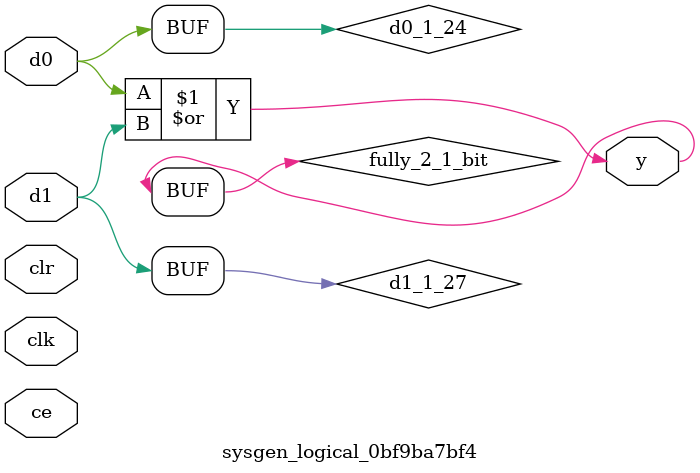
<source format=v>
module sysgen_logical_0bf9ba7bf4 (
  input [(1 - 1):0] d0,
  input [(1 - 1):0] d1,
  output [(1 - 1):0] y,
  input clk,
  input ce,
  input clr);
  wire d0_1_24;
  wire d1_1_27;
  wire fully_2_1_bit;
  assign d0_1_24 = d0;
  assign d1_1_27 = d1;
  assign fully_2_1_bit = d0_1_24 | d1_1_27;
  assign y = fully_2_1_bit;
endmodule
</source>
